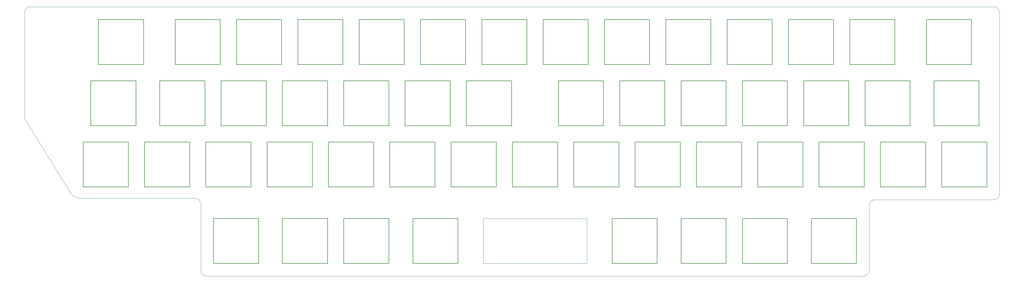
<source format=gko>
G04 #@! TF.GenerationSoftware,KiCad,Pcbnew,(6.0.0-rc1-dev-1215-g431bdc7a3)*
G04 #@! TF.CreationDate,2018-12-02T19:35:57+01:00*
G04 #@! TF.ProjectId,wave,77617665-2e6b-4696-9361-645f70636258,rev?*
G04 #@! TF.SameCoordinates,Original*
G04 #@! TF.FileFunction,Profile,NP*
%FSLAX46Y46*%
G04 Gerber Fmt 4.6, Leading zero omitted, Abs format (unit mm)*
G04 Created by KiCad (PCBNEW (6.0.0-rc1-dev-1215-g431bdc7a3)) date 2018 December 02, Sunday 19:35:57*
%MOMM*%
%LPD*%
G01*
G04 APERTURE LIST*
%ADD10C,0.050000*%
%ADD11C,0.200000*%
G04 APERTURE END LIST*
D10*
X295593810Y80040370D02*
X-3491190Y80040370D01*
X297498810Y78135370D02*
X297498810Y21937870D01*
X295593810Y80040370D02*
G75*
G02X297498810Y78135370I0J-1905000D01*
G01*
X137095400Y174580D02*
X169294400Y174580D01*
X169294400Y174580D02*
X169294400Y14174120D01*
X137095400Y14174120D02*
X137095400Y174580D01*
X169294400Y14174120D02*
X137095400Y14174120D01*
D11*
X174482400Y57036620D02*
X174482400Y43035920D01*
X217632400Y173200D02*
X217632400Y14174120D01*
X184295400Y37986620D02*
X198294400Y37986620D01*
D10*
X-5396190Y45274120D02*
X-5396190Y78135370D01*
X-5396190Y78135370D02*
G75*
G02X-3491190Y80040370I1905000J0D01*
G01*
X295593810Y20032870D02*
X258922560Y20032870D01*
X11272560Y20509120D02*
X9367560Y21461620D01*
X47467560Y20509120D02*
X11272560Y20509120D01*
X9367560Y21461620D02*
X-5396190Y45274120D01*
X49372560Y-1874630D02*
X49372560Y18604120D01*
X255112560Y-3779630D02*
X51277560Y-3779630D01*
X257017560Y18127870D02*
X257017560Y-1874630D01*
X297498810Y21937870D02*
G75*
G02X295593810Y20032870I-1905000J0D01*
G01*
X257017560Y18127870D02*
G75*
G02X258922560Y20032870I1905000J0D01*
G01*
X257017560Y-1874630D02*
G75*
G02X255112560Y-3779630I-1905000J0D01*
G01*
X51277560Y-3779630D02*
G75*
G02X49372560Y-1874630I0J1905000D01*
G01*
X47467560Y20509120D02*
G75*
G02X49372560Y18604120I0J-1905000D01*
G01*
D11*
X131619400Y62085920D02*
X117620400Y62085920D01*
X277163400Y57036620D02*
X291163400Y57036620D01*
X117620400Y76086620D02*
X131619400Y76086620D01*
X136670400Y76086620D02*
X150669400Y76086620D01*
X79520100Y62085920D02*
X79520100Y76086620D01*
X117620400Y62085920D02*
X117620400Y76086620D01*
X274782400Y62085920D02*
X274782400Y76086620D01*
X288782400Y62085920D02*
X274782400Y62085920D01*
X188769400Y76086620D02*
X188769400Y62085920D01*
X93519400Y62085920D02*
X79520100Y62085920D01*
X112569400Y62085920D02*
X98570100Y62085920D01*
X191150400Y173200D02*
X177151400Y173200D01*
X191150400Y14174120D02*
X191150400Y173200D01*
X155720400Y76086620D02*
X169719400Y76086620D01*
X150669400Y76086620D02*
X150669400Y62085920D01*
X277163400Y43035920D02*
X277163400Y57036620D01*
X98570100Y62085920D02*
X98570100Y76086620D01*
X41420100Y62085920D02*
X41420100Y76086620D01*
X269732400Y43035920D02*
X255732400Y43035920D01*
X174770400Y62085920D02*
X174770400Y76086620D01*
X188769400Y62085920D02*
X174770400Y62085920D01*
X291163400Y43035920D02*
X277163400Y43035920D01*
X131619400Y76086620D02*
X131619400Y62085920D01*
X264969400Y76086620D02*
X264969400Y62085920D01*
X250970400Y76086620D02*
X264969400Y76086620D01*
X245919400Y76086620D02*
X245919400Y62085920D01*
X231920400Y76086620D02*
X245919400Y76086620D01*
X74469400Y76086620D02*
X74469400Y62085920D01*
X129238400Y173200D02*
X115238400Y173200D01*
X129238400Y14174120D02*
X129238400Y173200D01*
X107806900Y173200D02*
X93807600Y173200D01*
X107806900Y14174120D02*
X107806900Y173200D01*
X174770400Y76086620D02*
X188769400Y76086620D01*
X93519400Y76086620D02*
X93519400Y62085920D01*
X79520100Y76086620D02*
X93519400Y76086620D01*
X136670400Y62085920D02*
X136670400Y76086620D01*
X291163400Y57036620D02*
X291163400Y43035920D01*
X288782400Y76086620D02*
X288782400Y62085920D01*
X274782400Y76086620D02*
X288782400Y76086620D01*
X269732400Y57036620D02*
X269732400Y43035920D01*
X150669400Y62085920D02*
X136670400Y62085920D01*
X193820400Y62085920D02*
X193820400Y76086620D01*
X207819400Y62085920D02*
X193820400Y62085920D01*
X155720400Y62085920D02*
X155720400Y76086620D01*
X169719400Y62085920D02*
X155720400Y62085920D01*
X31607100Y76086620D02*
X31607100Y62085920D01*
X226869400Y76086620D02*
X226869400Y62085920D01*
X212870400Y76086620D02*
X226869400Y76086620D01*
X17607560Y76086620D02*
X31607100Y76086620D01*
X31607100Y62085920D02*
X17607560Y62085920D01*
X98570100Y76086620D02*
X112569400Y76086620D01*
X41420100Y76086620D02*
X55419400Y76086620D01*
X17607560Y62085920D02*
X17607560Y76086620D01*
X55419400Y76086620D02*
X55419400Y62085920D01*
X74469400Y62085920D02*
X60470100Y62085920D01*
X60470100Y62085920D02*
X60470100Y76086620D01*
X212870400Y62085920D02*
X212870400Y76086620D01*
X226869400Y62085920D02*
X212870400Y62085920D01*
X112569400Y76086620D02*
X112569400Y62085920D01*
X55419400Y62085920D02*
X41420100Y62085920D01*
X60470100Y76086620D02*
X74469400Y76086620D01*
X260495400Y23985720D02*
X260495400Y37986620D01*
X274494400Y23985720D02*
X260495400Y23985720D01*
X274494400Y37986620D02*
X274494400Y23985720D01*
X260495400Y37986620D02*
X274494400Y37986620D01*
X69706900Y43035920D02*
X55707600Y43035920D01*
X69706900Y57036620D02*
X69706900Y43035920D01*
X55707600Y57036620D02*
X69706900Y57036620D01*
X36657600Y43035920D02*
X36657600Y57036620D01*
X15226310Y57036620D02*
X29225800Y57036620D01*
X279545400Y23985720D02*
X279545400Y37986620D01*
X293544400Y23985720D02*
X279545400Y23985720D01*
X293544400Y37986620D02*
X293544400Y23985720D01*
X279545400Y37986620D02*
X293544400Y37986620D01*
X50656900Y43035920D02*
X36657600Y43035920D01*
X50656900Y57036620D02*
X50656900Y43035920D01*
X36657600Y57036620D02*
X50656900Y57036620D01*
X15226310Y43035920D02*
X15226310Y57036620D01*
X29225800Y43035920D02*
X15226310Y43035920D01*
X29225800Y57036620D02*
X29225800Y43035920D01*
X74757600Y43035920D02*
X74757600Y57036620D01*
X88756900Y43035920D02*
X74757600Y43035920D01*
X88756900Y57036620D02*
X88756900Y43035920D01*
X74757600Y57036620D02*
X88756900Y57036620D01*
X55707600Y43035920D02*
X55707600Y57036620D01*
X255732400Y57036620D02*
X269732400Y57036620D01*
X236682400Y43035920D02*
X236682400Y57036620D01*
X250682400Y43035920D02*
X236682400Y43035920D01*
X250682400Y57036620D02*
X250682400Y43035920D01*
X236682400Y57036620D02*
X250682400Y57036620D01*
X217632400Y43035920D02*
X217632400Y57036620D01*
X231632400Y43035920D02*
X217632400Y43035920D01*
X231632400Y57036620D02*
X231632400Y43035920D01*
X217632400Y57036620D02*
X231632400Y57036620D01*
X198582400Y43035920D02*
X198582400Y57036620D01*
X212582400Y43035920D02*
X198582400Y43035920D01*
X212582400Y57036620D02*
X212582400Y43035920D01*
X198582400Y57036620D02*
X212582400Y57036620D01*
X179532400Y43035920D02*
X179532400Y57036620D01*
X193532400Y43035920D02*
X179532400Y43035920D01*
X193532400Y57036620D02*
X193532400Y43035920D01*
X179532400Y57036620D02*
X193532400Y57036620D01*
X160482400Y43035920D02*
X160482400Y57036620D01*
X174482400Y43035920D02*
X160482400Y43035920D01*
X160482400Y57036620D02*
X174482400Y57036620D01*
X131907400Y43035920D02*
X131907400Y57036620D01*
X145907400Y43035920D02*
X131907400Y43035920D01*
X145907400Y57036620D02*
X145907400Y43035920D01*
X131907400Y57036620D02*
X145907400Y57036620D01*
X112857400Y43035920D02*
X112857400Y57036620D01*
X126857400Y43035920D02*
X112857400Y43035920D01*
X126857400Y57036620D02*
X126857400Y43035920D01*
X112857400Y57036620D02*
X126857400Y57036620D01*
X93807600Y43035920D02*
X93807600Y57036620D01*
X107806900Y43035920D02*
X93807600Y43035920D01*
X107806900Y57036620D02*
X107806900Y43035920D01*
X93807600Y57036620D02*
X107806900Y57036620D01*
X253063400Y14174120D02*
X253063400Y173200D01*
X239063400Y14174120D02*
X253063400Y14174120D01*
X231632400Y173200D02*
X217632400Y173200D01*
X231632400Y14174120D02*
X231632400Y173200D01*
X217632400Y14174120D02*
X231632400Y14174120D01*
X198582400Y173200D02*
X198582400Y14174120D01*
X212582400Y173200D02*
X198582400Y173200D01*
X212582400Y14174120D02*
X212582400Y173200D01*
X198582400Y14174120D02*
X212582400Y14174120D01*
X177151400Y173200D02*
X177151400Y14174120D01*
X146195400Y23985720D02*
X146195400Y37986620D01*
X160194400Y23985720D02*
X146195400Y23985720D01*
X160194400Y37986620D02*
X160194400Y23985720D01*
X146195400Y37986620D02*
X160194400Y37986620D01*
X127143400Y23985720D02*
X127143400Y37986620D01*
X141144400Y23985720D02*
X127143400Y23985720D01*
X141144400Y37986620D02*
X141144400Y23985720D01*
X127143400Y37986620D02*
X141144400Y37986620D01*
X108093700Y23985720D02*
X108093700Y37986620D01*
X122094400Y23985720D02*
X108093700Y23985720D01*
X122094400Y37986620D02*
X122094400Y23985720D01*
X108093700Y37986620D02*
X122094400Y37986620D01*
X89045100Y23985720D02*
X89045100Y37986620D01*
X103044400Y23985720D02*
X89045100Y23985720D01*
X103044400Y37986620D02*
X103044400Y23985720D01*
X89045100Y37986620D02*
X103044400Y37986620D01*
X165245400Y23985720D02*
X165245400Y37986620D01*
X179244400Y23985720D02*
X165245400Y23985720D01*
X179244400Y37986620D02*
X179244400Y23985720D01*
X165245400Y37986620D02*
X179244400Y37986620D01*
X241445400Y23985720D02*
X241445400Y37986620D01*
X255444400Y23985720D02*
X241445400Y23985720D01*
X255444400Y37986620D02*
X255444400Y23985720D01*
X241445400Y37986620D02*
X255444400Y37986620D01*
X222395400Y23985720D02*
X222395400Y37986620D01*
X236394400Y23985720D02*
X222395400Y23985720D01*
X236394400Y37986620D02*
X236394400Y23985720D01*
X222395400Y37986620D02*
X236394400Y37986620D01*
X203345400Y23985720D02*
X203345400Y37986620D01*
X217344400Y23985720D02*
X203345400Y23985720D01*
X217344400Y37986620D02*
X217344400Y23985720D01*
X203345400Y37986620D02*
X217344400Y37986620D01*
X184295400Y23985720D02*
X184295400Y37986620D01*
X198294400Y23985720D02*
X184295400Y23985720D01*
X198294400Y37986620D02*
X198294400Y23985720D01*
X31895100Y37986620D02*
X45894400Y37986620D01*
X12845050Y23985720D02*
X12845050Y37986620D01*
X26844600Y23985720D02*
X12845050Y23985720D01*
X93807600Y14174120D02*
X107806900Y14174120D01*
X74757600Y173200D02*
X74757600Y14174120D01*
X53326400Y14174120D02*
X67325700Y14174120D01*
X67325700Y173200D02*
X53326400Y173200D01*
X67325700Y14174120D02*
X67325700Y173200D01*
X74757600Y14174120D02*
X88756900Y14174120D01*
X53326400Y173200D02*
X53326400Y14174120D01*
X88756900Y173200D02*
X74757600Y173200D01*
X88756900Y14174120D02*
X88756900Y173200D01*
X177151400Y14174120D02*
X191150400Y14174120D01*
X115238400Y173200D02*
X115238400Y14174120D01*
X26844600Y37986620D02*
X26844600Y23985720D01*
X12845050Y37986620D02*
X26844600Y37986620D01*
X239063400Y173200D02*
X239063400Y14174120D01*
X253063400Y173200D02*
X239063400Y173200D01*
X50945100Y23985720D02*
X50945100Y37986620D01*
X64944400Y23985720D02*
X50945100Y23985720D01*
X64944400Y37986620D02*
X64944400Y23985720D01*
X50945100Y37986620D02*
X64944400Y37986620D01*
X31895100Y23985720D02*
X31895100Y37986620D01*
X45894400Y23985720D02*
X31895100Y23985720D01*
X45894400Y37986620D02*
X45894400Y23985720D01*
X115238400Y14174120D02*
X129238400Y14174120D01*
X93807600Y173200D02*
X93807600Y14174120D01*
X69995100Y23985720D02*
X69995100Y37986620D01*
X83994400Y23985720D02*
X69995100Y23985720D01*
X83994400Y37986620D02*
X83994400Y23985720D01*
X69995100Y37986620D02*
X83994400Y37986620D01*
X231920400Y62085920D02*
X231920400Y76086620D01*
X245919400Y62085920D02*
X231920400Y62085920D01*
X169719400Y76086620D02*
X169719400Y62085920D01*
X255732400Y43035920D02*
X255732400Y57036620D01*
X207819400Y76086620D02*
X207819400Y62085920D01*
X193820400Y76086620D02*
X207819400Y76086620D01*
X250970400Y62085920D02*
X250970400Y76086620D01*
X264969400Y62085920D02*
X250970400Y62085920D01*
M02*

</source>
